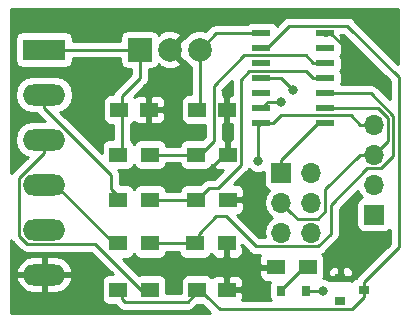
<source format=gbr>
G04 #@! TF.GenerationSoftware,KiCad,Pcbnew,(5.0.0)*
G04 #@! TF.CreationDate,2018-08-07T11:47:38-05:00*
G04 #@! TF.ProjectId,volvo240pcb,766F6C766F3234307063622E6B696361,rev?*
G04 #@! TF.SameCoordinates,Original*
G04 #@! TF.FileFunction,Copper,L1,Top,Signal*
G04 #@! TF.FilePolarity,Positive*
%FSLAX46Y46*%
G04 Gerber Fmt 4.6, Leading zero omitted, Abs format (unit mm)*
G04 Created by KiCad (PCBNEW (5.0.0)) date 08/07/18 11:47:38*
%MOMM*%
%LPD*%
G01*
G04 APERTURE LIST*
G04 #@! TA.AperFunction,SMDPad,CuDef*
%ADD10R,1.500000X1.250000*%
G04 #@! TD*
G04 #@! TA.AperFunction,SMDPad,CuDef*
%ADD11R,0.800000X0.900000*%
G04 #@! TD*
G04 #@! TA.AperFunction,SMDPad,CuDef*
%ADD12R,1.500000X1.300000*%
G04 #@! TD*
G04 #@! TA.AperFunction,SMDPad,CuDef*
%ADD13R,0.900000X0.800000*%
G04 #@! TD*
G04 #@! TA.AperFunction,ComponentPad*
%ADD14R,3.600000X1.800000*%
G04 #@! TD*
G04 #@! TA.AperFunction,ComponentPad*
%ADD15O,3.600000X1.800000*%
G04 #@! TD*
G04 #@! TA.AperFunction,SMDPad,CuDef*
%ADD16R,1.500000X0.600000*%
G04 #@! TD*
G04 #@! TA.AperFunction,ComponentPad*
%ADD17R,1.700000X1.700000*%
G04 #@! TD*
G04 #@! TA.AperFunction,ComponentPad*
%ADD18O,1.700000X1.700000*%
G04 #@! TD*
G04 #@! TA.AperFunction,ComponentPad*
%ADD19R,2.000000X2.000000*%
G04 #@! TD*
G04 #@! TA.AperFunction,ComponentPad*
%ADD20C,2.000000*%
G04 #@! TD*
G04 #@! TA.AperFunction,ViaPad*
%ADD21C,0.800000*%
G04 #@! TD*
G04 #@! TA.AperFunction,Conductor*
%ADD22C,0.250000*%
G04 #@! TD*
G04 #@! TA.AperFunction,Conductor*
%ADD23C,0.254000*%
G04 #@! TD*
G04 APERTURE END LIST*
D10*
G04 #@! TO.P,C1,2*
G04 #@! TO.N,GND*
X97770000Y-73660000D03*
G04 #@! TO.P,C1,1*
G04 #@! TO.N,+12V*
X95270000Y-73660000D03*
G04 #@! TD*
G04 #@! TO.P,C2,1*
G04 #@! TO.N,VCC*
X101865000Y-73660000D03*
G04 #@! TO.P,C2,2*
G04 #@! TO.N,GND*
X104365000Y-73660000D03*
G04 #@! TD*
G04 #@! TO.P,C3,2*
G04 #@! TO.N,GND*
X104365000Y-88900000D03*
G04 #@! TO.P,C3,1*
G04 #@! TO.N,Net-(C3-Pad1)*
X101865000Y-88900000D03*
G04 #@! TD*
D11*
G04 #@! TO.P,D2,2*
G04 #@! TO.N,VCC*
X111100000Y-89000000D03*
G04 #@! TO.P,D2,1*
G04 #@! TO.N,Net-(D2-Pad1)*
X109000000Y-89000000D03*
G04 #@! TD*
D12*
G04 #@! TO.P,R2,1*
G04 #@! TO.N,Net-(R2-Pad1)*
X101765000Y-81280000D03*
G04 #@! TO.P,R2,2*
G04 #@! TO.N,GND*
X104465000Y-81280000D03*
G04 #@! TD*
G04 #@! TO.P,R1,2*
G04 #@! TO.N,GND*
X104465000Y-77470000D03*
G04 #@! TO.P,R1,1*
G04 #@! TO.N,Net-(R1-Pad1)*
X101765000Y-77470000D03*
G04 #@! TD*
G04 #@! TO.P,R3,1*
G04 #@! TO.N,Net-(R3-Pad1)*
X101675000Y-85000000D03*
G04 #@! TO.P,R3,2*
G04 #@! TO.N,GND*
X104375000Y-85000000D03*
G04 #@! TD*
G04 #@! TO.P,R4,2*
G04 #@! TO.N,Net-(R1-Pad1)*
X97870000Y-77470000D03*
G04 #@! TO.P,R4,1*
G04 #@! TO.N,+12V*
X95170000Y-77470000D03*
G04 #@! TD*
G04 #@! TO.P,R5,1*
G04 #@! TO.N,brake_pedal*
X95170000Y-81280000D03*
G04 #@! TO.P,R5,2*
G04 #@! TO.N,Net-(R2-Pad1)*
X97870000Y-81280000D03*
G04 #@! TD*
G04 #@! TO.P,R6,2*
G04 #@! TO.N,Net-(R3-Pad1)*
X97870000Y-85000000D03*
G04 #@! TO.P,R6,1*
G04 #@! TO.N,speedometer*
X95170000Y-85000000D03*
G04 #@! TD*
G04 #@! TO.P,R7,1*
G04 #@! TO.N,Net-(C3-Pad1)*
X95170000Y-88900000D03*
G04 #@! TO.P,R7,2*
G04 #@! TO.N,tachometer*
X97870000Y-88900000D03*
G04 #@! TD*
G04 #@! TO.P,R8,2*
G04 #@! TO.N,Net-(D2-Pad1)*
X111225001Y-87000000D03*
G04 #@! TO.P,R8,1*
G04 #@! TO.N,GND*
X108525001Y-87000000D03*
G04 #@! TD*
D13*
G04 #@! TO.P,D1,2*
G04 #@! TO.N,GND*
X114000000Y-87950000D03*
G04 #@! TO.P,D1,*
G04 #@! TO.N,*
X114000000Y-89850000D03*
G04 #@! TO.P,D1,1*
G04 #@! TO.N,Net-(C3-Pad1)*
X116000000Y-88900000D03*
G04 #@! TD*
D14*
G04 #@! TO.P,J1,1*
G04 #@! TO.N,+12V*
X88900000Y-68580000D03*
D15*
G04 #@! TO.P,J1,2*
G04 #@! TO.N,brake_pedal*
X88900000Y-72390000D03*
G04 #@! TO.P,J1,3*
G04 #@! TO.N,tachometer*
X88900000Y-76200000D03*
G04 #@! TO.P,J1,4*
G04 #@! TO.N,speedometer*
X88900000Y-80010000D03*
G04 #@! TO.P,J1,5*
G04 #@! TO.N,servo_out*
X88900000Y-83820000D03*
G04 #@! TO.P,J1,6*
G04 #@! TO.N,GND*
X88900000Y-87630000D03*
G04 #@! TD*
D16*
G04 #@! TO.P,U2,1*
G04 #@! TO.N,VCC*
X107300000Y-67190000D03*
G04 #@! TO.P,U2,2*
G04 #@! TO.N,Net-(C3-Pad1)*
X107300000Y-68460000D03*
G04 #@! TO.P,U2,3*
G04 #@! TO.N,Net-(U2-Pad3)*
X107300000Y-69730000D03*
G04 #@! TO.P,U2,4*
G04 #@! TO.N,RST*
X107300000Y-71000000D03*
G04 #@! TO.P,U2,5*
G04 #@! TO.N,Net-(U2-Pad5)*
X107300000Y-72270000D03*
G04 #@! TO.P,U2,6*
G04 #@! TO.N,servo_out*
X107300000Y-73540000D03*
G04 #@! TO.P,U2,7*
G04 #@! TO.N,MOSI*
X107300000Y-74810000D03*
G04 #@! TO.P,U2,8*
G04 #@! TO.N,MISO*
X112700000Y-74810000D03*
G04 #@! TO.P,U2,9*
G04 #@! TO.N,SCK*
X112700000Y-73540000D03*
G04 #@! TO.P,U2,10*
G04 #@! TO.N,Net-(R3-Pad1)*
X112700000Y-72270000D03*
G04 #@! TO.P,U2,11*
G04 #@! TO.N,Net-(R2-Pad1)*
X112700000Y-71000000D03*
G04 #@! TO.P,U2,12*
G04 #@! TO.N,Net-(R1-Pad1)*
X112700000Y-69730000D03*
G04 #@! TO.P,U2,13*
G04 #@! TO.N,Net-(U2-Pad13)*
X112700000Y-68460000D03*
G04 #@! TO.P,U2,14*
G04 #@! TO.N,GND*
X112700000Y-67190000D03*
G04 #@! TD*
D17*
G04 #@! TO.P,J2,1*
G04 #@! TO.N,MISO*
X109000000Y-79000000D03*
D18*
G04 #@! TO.P,J2,2*
G04 #@! TO.N,VCC*
X111540000Y-79000000D03*
G04 #@! TO.P,J2,3*
G04 #@! TO.N,SCK*
X109000000Y-81540000D03*
G04 #@! TO.P,J2,4*
G04 #@! TO.N,MOSI*
X111540000Y-81540000D03*
G04 #@! TO.P,J2,5*
G04 #@! TO.N,RST*
X109000000Y-84080000D03*
G04 #@! TO.P,J2,6*
G04 #@! TO.N,GND*
X111540000Y-84080000D03*
G04 #@! TD*
D17*
G04 #@! TO.P,J3,1*
G04 #@! TO.N,VCC*
X116840000Y-82550000D03*
D18*
G04 #@! TO.P,J3,2*
G04 #@! TO.N,GND*
X116840000Y-80010000D03*
G04 #@! TO.P,J3,3*
G04 #@! TO.N,SCK*
X116840000Y-77470000D03*
G04 #@! TO.P,J3,4*
G04 #@! TO.N,MOSI*
X116840000Y-74930000D03*
G04 #@! TD*
D19*
G04 #@! TO.P,U1,1*
G04 #@! TO.N,+12V*
X97000000Y-68580000D03*
D20*
G04 #@! TO.P,U1,2*
G04 #@! TO.N,GND*
X99540000Y-68580000D03*
G04 #@! TO.P,U1,3*
G04 #@! TO.N,VCC*
X102080000Y-68580000D03*
G04 #@! TD*
D21*
G04 #@! TO.N,GND*
X115000000Y-69000000D03*
X107000000Y-88000000D03*
X106000000Y-83000000D03*
X104500000Y-72000000D03*
X100000000Y-79000000D03*
X116000000Y-86000000D03*
G04 #@! TO.N,VCC*
X112500000Y-89000000D03*
G04 #@! TO.N,servo_out*
X109000000Y-73000000D03*
G04 #@! TO.N,MOSI*
X107000000Y-78000000D03*
G04 #@! TO.N,RST*
X110000000Y-72000000D03*
G04 #@! TD*
D22*
G04 #@! TO.N,+12V*
X90950000Y-68580000D02*
X97000000Y-68580000D01*
X88900000Y-68580000D02*
X90950000Y-68580000D01*
X95495000Y-77470000D02*
X95495000Y-73660000D01*
X95495000Y-73660000D02*
X95495000Y-72505000D01*
X97000000Y-71000000D02*
X97000000Y-68580000D01*
X95495000Y-72505000D02*
X97000000Y-71000000D01*
G04 #@! TO.N,GND*
X114960000Y-69000000D02*
X115000000Y-69000000D01*
X112700000Y-67190000D02*
X113150000Y-67190000D01*
X113150000Y-67190000D02*
X114960000Y-69000000D01*
X104140000Y-77470000D02*
X102610000Y-79000000D01*
X102610000Y-79000000D02*
X100000000Y-79000000D01*
X104365000Y-72365000D02*
X104000000Y-72000000D01*
X104365000Y-73660000D02*
X104365000Y-72365000D01*
G04 #@! TO.N,VCC*
X102080000Y-73650000D02*
X102090000Y-73660000D01*
X102080000Y-68580000D02*
X102080000Y-73650000D01*
X103470000Y-67190000D02*
X107300000Y-67190000D01*
X102080000Y-68580000D02*
X103470000Y-67190000D01*
X111100000Y-89000000D02*
X112500000Y-89000000D01*
G04 #@! TO.N,Net-(C3-Pad1)*
X101466628Y-89523372D02*
X102090000Y-88900000D01*
X101064990Y-89925010D02*
X101466628Y-89523372D01*
X95720010Y-89925010D02*
X101064990Y-89925010D01*
X95495000Y-89700000D02*
X95720010Y-89925010D01*
X95495000Y-88900000D02*
X95495000Y-89700000D01*
X102713372Y-89523372D02*
X102090000Y-88900000D01*
X103765001Y-90575001D02*
X102713372Y-89523372D01*
X114974999Y-90575001D02*
X103765001Y-90575001D01*
X116000000Y-89550000D02*
X114974999Y-90575001D01*
X116000000Y-88900000D02*
X116000000Y-89550000D01*
X109645001Y-66564999D02*
X107750000Y-68460000D01*
X114564999Y-66564999D02*
X109645001Y-66564999D01*
X118915019Y-70915019D02*
X114564999Y-66564999D01*
X118915019Y-85334981D02*
X118915019Y-70915019D01*
X116000000Y-88900000D02*
X116000000Y-88250000D01*
X116000000Y-88250000D02*
X118915019Y-85334981D01*
X107750000Y-68460000D02*
X107300000Y-68460000D01*
G04 #@! TO.N,brake_pedal*
X88900000Y-73540000D02*
X88900000Y-72390000D01*
X94594990Y-79234990D02*
X88900000Y-73540000D01*
X94594990Y-80379990D02*
X94594990Y-79234990D01*
X95495000Y-81280000D02*
X94594990Y-80379990D01*
G04 #@! TO.N,tachometer*
X88900000Y-77350000D02*
X88900000Y-76200000D01*
X86774990Y-79475010D02*
X88900000Y-77350000D01*
X86774990Y-84327415D02*
X86774990Y-79475010D01*
X87492585Y-85045010D02*
X86774990Y-84327415D01*
X93230008Y-85045010D02*
X87492585Y-85045010D01*
X97084998Y-88900000D02*
X93230008Y-85045010D01*
X97870000Y-88900000D02*
X97084998Y-88900000D01*
G04 #@! TO.N,speedometer*
X94820000Y-85000000D02*
X95495000Y-85000000D01*
X94790000Y-85000000D02*
X94820000Y-85000000D01*
X89800000Y-80010000D02*
X94790000Y-85000000D01*
X88900000Y-80010000D02*
X89800000Y-80010000D01*
G04 #@! TO.N,servo_out*
X107840000Y-73000000D02*
X107300000Y-73540000D01*
X109000000Y-73000000D02*
X107840000Y-73000000D01*
G04 #@! TO.N,MISO*
X112090000Y-74810000D02*
X112700000Y-74810000D01*
X109000000Y-77900000D02*
X112090000Y-74810000D01*
X109000000Y-79000000D02*
X109000000Y-77900000D01*
G04 #@! TO.N,SCK*
X113700000Y-73540000D02*
X112700000Y-73540000D01*
X117189002Y-73540000D02*
X113700000Y-73540000D01*
X118015001Y-74365999D02*
X117189002Y-73540000D01*
X118015001Y-76294999D02*
X118015001Y-74365999D01*
X116840000Y-77470000D02*
X118015001Y-76294999D01*
X112715001Y-80392918D02*
X112715001Y-82284999D01*
X116840000Y-77470000D02*
X115637919Y-77470000D01*
X115637919Y-77470000D02*
X112715001Y-80392918D01*
X109849999Y-82389999D02*
X109000000Y-81540000D01*
X110364999Y-82904999D02*
X109849999Y-82389999D01*
X112095001Y-82904999D02*
X110364999Y-82904999D01*
X112715001Y-82284999D02*
X112095001Y-82904999D01*
G04 #@! TO.N,MOSI*
X108300000Y-74810000D02*
X107300000Y-74810000D01*
X108944999Y-74165001D02*
X108300000Y-74810000D01*
X114872920Y-74165001D02*
X108944999Y-74165001D01*
X115637919Y-74930000D02*
X114872920Y-74165001D01*
X116840000Y-74930000D02*
X115637919Y-74930000D01*
X107000000Y-75110000D02*
X107300000Y-74810000D01*
X107000000Y-78000000D02*
X107000000Y-75110000D01*
G04 #@! TO.N,RST*
X109000000Y-71000000D02*
X107300000Y-71000000D01*
X110000000Y-72000000D02*
X109000000Y-71000000D01*
G04 #@! TO.N,Net-(R1-Pad1)*
X111055001Y-69085001D02*
X111700000Y-69730000D01*
X111700000Y-69730000D02*
X112700000Y-69730000D01*
X97545000Y-77470000D02*
X102090000Y-77470000D01*
X103274999Y-71651999D02*
X105841997Y-69085001D01*
X103274999Y-76285001D02*
X103274999Y-71651999D01*
X105841997Y-69085001D02*
X111055001Y-69085001D01*
X102090000Y-77470000D02*
X103274999Y-76285001D01*
G04 #@! TO.N,Net-(R2-Pad1)*
X97545000Y-81280000D02*
X102090000Y-81280000D01*
X103615003Y-80304999D02*
X102840001Y-80304999D01*
X102840001Y-80304999D02*
X101865000Y-81280000D01*
X105540001Y-78380001D02*
X103615003Y-80304999D01*
X105540001Y-71124997D02*
X105540001Y-78380001D01*
X106289999Y-70374999D02*
X105540001Y-71124997D01*
X111074999Y-70374999D02*
X106289999Y-70374999D01*
X111700000Y-71000000D02*
X111074999Y-70374999D01*
X101865000Y-81280000D02*
X101765000Y-81280000D01*
X112700000Y-71000000D02*
X111700000Y-71000000D01*
G04 #@! TO.N,Net-(R3-Pad1)*
X97545000Y-85000000D02*
X102000000Y-85000000D01*
X112104001Y-85255001D02*
X113165012Y-84193990D01*
X113165012Y-81755988D02*
X116275999Y-78645001D01*
X113165012Y-84193990D02*
X113165012Y-81755988D01*
X113700000Y-72270000D02*
X112700000Y-72270000D01*
X117404001Y-78645001D02*
X118465010Y-77583992D01*
X118465010Y-77583992D02*
X118465010Y-74179598D01*
X116555412Y-72270000D02*
X113700000Y-72270000D01*
X106824999Y-85255001D02*
X112104001Y-85255001D01*
X116275999Y-78645001D02*
X117404001Y-78645001D01*
X102000000Y-84200000D02*
X103484999Y-82715001D01*
X104284999Y-82715001D02*
X106824999Y-85255001D01*
X103484999Y-82715001D02*
X104284999Y-82715001D01*
X118465010Y-74179598D02*
X116555412Y-72270000D01*
X102000000Y-85000000D02*
X102000000Y-84200000D01*
G04 #@! TO.N,Net-(D2-Pad1)*
X110950000Y-87000000D02*
X111225001Y-87000000D01*
X109000000Y-88950000D02*
X110950000Y-87000000D01*
X109000000Y-89000000D02*
X109000000Y-88950000D01*
G04 #@! TD*
D23*
G04 #@! TO.N,GND*
G36*
X86227061Y-84875344D02*
X86290520Y-84917746D01*
X86902255Y-85529482D01*
X86944656Y-85592939D01*
X87196048Y-85760914D01*
X87417733Y-85805010D01*
X87417737Y-85805010D01*
X87492585Y-85819898D01*
X87567433Y-85805010D01*
X92915207Y-85805010D01*
X94712756Y-87602560D01*
X94420000Y-87602560D01*
X94172235Y-87651843D01*
X93962191Y-87792191D01*
X93821843Y-88002235D01*
X93772560Y-88250000D01*
X93772560Y-89550000D01*
X93821843Y-89797765D01*
X93962191Y-90007809D01*
X94172235Y-90148157D01*
X94420000Y-90197440D01*
X94913336Y-90197440D01*
X94947072Y-90247929D01*
X95010528Y-90290329D01*
X95129679Y-90409480D01*
X95172081Y-90472939D01*
X95423473Y-90640914D01*
X95645158Y-90685010D01*
X95645162Y-90685010D01*
X95720009Y-90699898D01*
X95794856Y-90685010D01*
X100990143Y-90685010D01*
X101064990Y-90699898D01*
X101139837Y-90685010D01*
X101139842Y-90685010D01*
X101361527Y-90640914D01*
X101612919Y-90472939D01*
X101655321Y-90409480D01*
X101892361Y-90172440D01*
X102287639Y-90172440D01*
X102988198Y-90873000D01*
X86127000Y-90873000D01*
X86127000Y-87994740D01*
X86508964Y-87994740D01*
X86533244Y-88100086D01*
X86824788Y-88625606D01*
X87295248Y-88999554D01*
X87873000Y-89165000D01*
X88773000Y-89165000D01*
X88773000Y-87757000D01*
X89027000Y-87757000D01*
X89027000Y-89165000D01*
X89927000Y-89165000D01*
X90504752Y-88999554D01*
X90975212Y-88625606D01*
X91266756Y-88100086D01*
X91291036Y-87994740D01*
X91170378Y-87757000D01*
X89027000Y-87757000D01*
X88773000Y-87757000D01*
X86629622Y-87757000D01*
X86508964Y-87994740D01*
X86127000Y-87994740D01*
X86127000Y-87265260D01*
X86508964Y-87265260D01*
X86629622Y-87503000D01*
X88773000Y-87503000D01*
X88773000Y-86095000D01*
X89027000Y-86095000D01*
X89027000Y-87503000D01*
X91170378Y-87503000D01*
X91291036Y-87265260D01*
X91266756Y-87159914D01*
X90975212Y-86634394D01*
X90504752Y-86260446D01*
X89927000Y-86095000D01*
X89027000Y-86095000D01*
X88773000Y-86095000D01*
X87873000Y-86095000D01*
X87295248Y-86260446D01*
X86824788Y-86634394D01*
X86533244Y-87159914D01*
X86508964Y-87265260D01*
X86127000Y-87265260D01*
X86127000Y-84725592D01*
X86227061Y-84875344D01*
X86227061Y-84875344D01*
G37*
X86227061Y-84875344D02*
X86290520Y-84917746D01*
X86902255Y-85529482D01*
X86944656Y-85592939D01*
X87196048Y-85760914D01*
X87417733Y-85805010D01*
X87417737Y-85805010D01*
X87492585Y-85819898D01*
X87567433Y-85805010D01*
X92915207Y-85805010D01*
X94712756Y-87602560D01*
X94420000Y-87602560D01*
X94172235Y-87651843D01*
X93962191Y-87792191D01*
X93821843Y-88002235D01*
X93772560Y-88250000D01*
X93772560Y-89550000D01*
X93821843Y-89797765D01*
X93962191Y-90007809D01*
X94172235Y-90148157D01*
X94420000Y-90197440D01*
X94913336Y-90197440D01*
X94947072Y-90247929D01*
X95010528Y-90290329D01*
X95129679Y-90409480D01*
X95172081Y-90472939D01*
X95423473Y-90640914D01*
X95645158Y-90685010D01*
X95645162Y-90685010D01*
X95720009Y-90699898D01*
X95794856Y-90685010D01*
X100990143Y-90685010D01*
X101064990Y-90699898D01*
X101139837Y-90685010D01*
X101139842Y-90685010D01*
X101361527Y-90640914D01*
X101612919Y-90472939D01*
X101655321Y-90409480D01*
X101892361Y-90172440D01*
X102287639Y-90172440D01*
X102988198Y-90873000D01*
X86127000Y-90873000D01*
X86127000Y-87994740D01*
X86508964Y-87994740D01*
X86533244Y-88100086D01*
X86824788Y-88625606D01*
X87295248Y-88999554D01*
X87873000Y-89165000D01*
X88773000Y-89165000D01*
X88773000Y-87757000D01*
X89027000Y-87757000D01*
X89027000Y-89165000D01*
X89927000Y-89165000D01*
X90504752Y-88999554D01*
X90975212Y-88625606D01*
X91266756Y-88100086D01*
X91291036Y-87994740D01*
X91170378Y-87757000D01*
X89027000Y-87757000D01*
X88773000Y-87757000D01*
X86629622Y-87757000D01*
X86508964Y-87994740D01*
X86127000Y-87994740D01*
X86127000Y-87265260D01*
X86508964Y-87265260D01*
X86629622Y-87503000D01*
X88773000Y-87503000D01*
X88773000Y-86095000D01*
X89027000Y-86095000D01*
X89027000Y-87503000D01*
X91170378Y-87503000D01*
X91291036Y-87265260D01*
X91266756Y-87159914D01*
X90975212Y-86634394D01*
X90504752Y-86260446D01*
X89927000Y-86095000D01*
X89027000Y-86095000D01*
X88773000Y-86095000D01*
X87873000Y-86095000D01*
X87295248Y-86260446D01*
X86824788Y-86634394D01*
X86533244Y-87159914D01*
X86508964Y-87265260D01*
X86127000Y-87265260D01*
X86127000Y-84725592D01*
X86227061Y-84875344D01*
G36*
X104502000Y-84873000D02*
X104522000Y-84873000D01*
X104522000Y-85127000D01*
X104502000Y-85127000D01*
X104502000Y-86126250D01*
X104660750Y-86285000D01*
X105251309Y-86285000D01*
X105484698Y-86188327D01*
X105663327Y-86009699D01*
X105760000Y-85776310D01*
X105760000Y-85285750D01*
X105601252Y-85127002D01*
X105622198Y-85127002D01*
X106234672Y-85739477D01*
X106277070Y-85802930D01*
X106340523Y-85845328D01*
X106340525Y-85845330D01*
X106383059Y-85873750D01*
X106528462Y-85970905D01*
X106750147Y-86015001D01*
X106750151Y-86015001D01*
X106824998Y-86029889D01*
X106899845Y-86015001D01*
X107226443Y-86015001D01*
X107140001Y-86223690D01*
X107140001Y-86714250D01*
X107298751Y-86873000D01*
X108398001Y-86873000D01*
X108398001Y-86853000D01*
X108652001Y-86853000D01*
X108652001Y-86873000D01*
X108672001Y-86873000D01*
X108672001Y-87127000D01*
X108652001Y-87127000D01*
X108652001Y-87147000D01*
X108398001Y-87147000D01*
X108398001Y-87127000D01*
X107298751Y-87127000D01*
X107140001Y-87285750D01*
X107140001Y-87776310D01*
X107236674Y-88009699D01*
X107415303Y-88188327D01*
X107648692Y-88285000D01*
X108013359Y-88285000D01*
X108001843Y-88302235D01*
X107952560Y-88550000D01*
X107952560Y-89450000D01*
X108001843Y-89697765D01*
X108080178Y-89815001D01*
X105682197Y-89815001D01*
X105750000Y-89651310D01*
X105750000Y-89185750D01*
X105591250Y-89027000D01*
X104492000Y-89027000D01*
X104492000Y-89047000D01*
X104238000Y-89047000D01*
X104238000Y-89027000D01*
X104218000Y-89027000D01*
X104218000Y-88773000D01*
X104238000Y-88773000D01*
X104238000Y-87798750D01*
X104492000Y-87798750D01*
X104492000Y-88773000D01*
X105591250Y-88773000D01*
X105750000Y-88614250D01*
X105750000Y-88148690D01*
X105653327Y-87915301D01*
X105474698Y-87736673D01*
X105241309Y-87640000D01*
X104650750Y-87640000D01*
X104492000Y-87798750D01*
X104238000Y-87798750D01*
X104079250Y-87640000D01*
X103488691Y-87640000D01*
X103255302Y-87736673D01*
X103113654Y-87878320D01*
X103072809Y-87817191D01*
X102862765Y-87676843D01*
X102615000Y-87627560D01*
X101115000Y-87627560D01*
X100867235Y-87676843D01*
X100657191Y-87817191D01*
X100516843Y-88027235D01*
X100467560Y-88275000D01*
X100467560Y-89165010D01*
X99267440Y-89165010D01*
X99267440Y-88250000D01*
X99218157Y-88002235D01*
X99077809Y-87792191D01*
X98867765Y-87651843D01*
X98620000Y-87602560D01*
X97120000Y-87602560D01*
X96905105Y-87645305D01*
X95557239Y-86297440D01*
X95920000Y-86297440D01*
X96167765Y-86248157D01*
X96377809Y-86107809D01*
X96518157Y-85897765D01*
X96520000Y-85888500D01*
X96521843Y-85897765D01*
X96662191Y-86107809D01*
X96872235Y-86248157D01*
X97120000Y-86297440D01*
X98620000Y-86297440D01*
X98867765Y-86248157D01*
X99077809Y-86107809D01*
X99218157Y-85897765D01*
X99245560Y-85760000D01*
X100299440Y-85760000D01*
X100326843Y-85897765D01*
X100467191Y-86107809D01*
X100677235Y-86248157D01*
X100925000Y-86297440D01*
X102425000Y-86297440D01*
X102672765Y-86248157D01*
X102882809Y-86107809D01*
X103023157Y-85897765D01*
X103028721Y-85869791D01*
X103086673Y-86009699D01*
X103265302Y-86188327D01*
X103498691Y-86285000D01*
X104089250Y-86285000D01*
X104248000Y-86126250D01*
X104248000Y-85127000D01*
X104228000Y-85127000D01*
X104228000Y-84873000D01*
X104248000Y-84873000D01*
X104248000Y-84853000D01*
X104502000Y-84853000D01*
X104502000Y-84873000D01*
X104502000Y-84873000D01*
G37*
X104502000Y-84873000D02*
X104522000Y-84873000D01*
X104522000Y-85127000D01*
X104502000Y-85127000D01*
X104502000Y-86126250D01*
X104660750Y-86285000D01*
X105251309Y-86285000D01*
X105484698Y-86188327D01*
X105663327Y-86009699D01*
X105760000Y-85776310D01*
X105760000Y-85285750D01*
X105601252Y-85127002D01*
X105622198Y-85127002D01*
X106234672Y-85739477D01*
X106277070Y-85802930D01*
X106340523Y-85845328D01*
X106340525Y-85845330D01*
X106383059Y-85873750D01*
X106528462Y-85970905D01*
X106750147Y-86015001D01*
X106750151Y-86015001D01*
X106824998Y-86029889D01*
X106899845Y-86015001D01*
X107226443Y-86015001D01*
X107140001Y-86223690D01*
X107140001Y-86714250D01*
X107298751Y-86873000D01*
X108398001Y-86873000D01*
X108398001Y-86853000D01*
X108652001Y-86853000D01*
X108652001Y-86873000D01*
X108672001Y-86873000D01*
X108672001Y-87127000D01*
X108652001Y-87127000D01*
X108652001Y-87147000D01*
X108398001Y-87147000D01*
X108398001Y-87127000D01*
X107298751Y-87127000D01*
X107140001Y-87285750D01*
X107140001Y-87776310D01*
X107236674Y-88009699D01*
X107415303Y-88188327D01*
X107648692Y-88285000D01*
X108013359Y-88285000D01*
X108001843Y-88302235D01*
X107952560Y-88550000D01*
X107952560Y-89450000D01*
X108001843Y-89697765D01*
X108080178Y-89815001D01*
X105682197Y-89815001D01*
X105750000Y-89651310D01*
X105750000Y-89185750D01*
X105591250Y-89027000D01*
X104492000Y-89027000D01*
X104492000Y-89047000D01*
X104238000Y-89047000D01*
X104238000Y-89027000D01*
X104218000Y-89027000D01*
X104218000Y-88773000D01*
X104238000Y-88773000D01*
X104238000Y-87798750D01*
X104492000Y-87798750D01*
X104492000Y-88773000D01*
X105591250Y-88773000D01*
X105750000Y-88614250D01*
X105750000Y-88148690D01*
X105653327Y-87915301D01*
X105474698Y-87736673D01*
X105241309Y-87640000D01*
X104650750Y-87640000D01*
X104492000Y-87798750D01*
X104238000Y-87798750D01*
X104079250Y-87640000D01*
X103488691Y-87640000D01*
X103255302Y-87736673D01*
X103113654Y-87878320D01*
X103072809Y-87817191D01*
X102862765Y-87676843D01*
X102615000Y-87627560D01*
X101115000Y-87627560D01*
X100867235Y-87676843D01*
X100657191Y-87817191D01*
X100516843Y-88027235D01*
X100467560Y-88275000D01*
X100467560Y-89165010D01*
X99267440Y-89165010D01*
X99267440Y-88250000D01*
X99218157Y-88002235D01*
X99077809Y-87792191D01*
X98867765Y-87651843D01*
X98620000Y-87602560D01*
X97120000Y-87602560D01*
X96905105Y-87645305D01*
X95557239Y-86297440D01*
X95920000Y-86297440D01*
X96167765Y-86248157D01*
X96377809Y-86107809D01*
X96518157Y-85897765D01*
X96520000Y-85888500D01*
X96521843Y-85897765D01*
X96662191Y-86107809D01*
X96872235Y-86248157D01*
X97120000Y-86297440D01*
X98620000Y-86297440D01*
X98867765Y-86248157D01*
X99077809Y-86107809D01*
X99218157Y-85897765D01*
X99245560Y-85760000D01*
X100299440Y-85760000D01*
X100326843Y-85897765D01*
X100467191Y-86107809D01*
X100677235Y-86248157D01*
X100925000Y-86297440D01*
X102425000Y-86297440D01*
X102672765Y-86248157D01*
X102882809Y-86107809D01*
X103023157Y-85897765D01*
X103028721Y-85869791D01*
X103086673Y-86009699D01*
X103265302Y-86188327D01*
X103498691Y-86285000D01*
X104089250Y-86285000D01*
X104248000Y-86126250D01*
X104248000Y-85127000D01*
X104228000Y-85127000D01*
X104228000Y-84873000D01*
X104248000Y-84873000D01*
X104248000Y-84853000D01*
X104502000Y-84853000D01*
X104502000Y-84873000D01*
G36*
X115568355Y-80776924D02*
X115845708Y-81081261D01*
X115742235Y-81101843D01*
X115532191Y-81242191D01*
X115391843Y-81452235D01*
X115342560Y-81700000D01*
X115342560Y-83400000D01*
X115391843Y-83647765D01*
X115532191Y-83857809D01*
X115742235Y-83998157D01*
X115990000Y-84047440D01*
X117690000Y-84047440D01*
X117937765Y-83998157D01*
X118147809Y-83857809D01*
X118155019Y-83847018D01*
X118155019Y-85020178D01*
X115515528Y-87659671D01*
X115452072Y-87702071D01*
X115321094Y-87898092D01*
X115302235Y-87901843D01*
X115092191Y-88042191D01*
X115011781Y-88162531D01*
X114926250Y-88077000D01*
X114127000Y-88077000D01*
X114127000Y-88097000D01*
X113873000Y-88097000D01*
X113873000Y-88077000D01*
X113073750Y-88077000D01*
X113045198Y-88105552D01*
X112705874Y-87965000D01*
X112528233Y-87965000D01*
X112573158Y-87897765D01*
X112622441Y-87650000D01*
X112622441Y-87423690D01*
X112915000Y-87423690D01*
X112915000Y-87664250D01*
X113073750Y-87823000D01*
X113873000Y-87823000D01*
X113873000Y-87073750D01*
X114127000Y-87073750D01*
X114127000Y-87823000D01*
X114926250Y-87823000D01*
X115085000Y-87664250D01*
X115085000Y-87423690D01*
X114988327Y-87190301D01*
X114809698Y-87011673D01*
X114576309Y-86915000D01*
X114285750Y-86915000D01*
X114127000Y-87073750D01*
X113873000Y-87073750D01*
X113714250Y-86915000D01*
X113423691Y-86915000D01*
X113190302Y-87011673D01*
X113011673Y-87190301D01*
X112915000Y-87423690D01*
X112622441Y-87423690D01*
X112622441Y-86350000D01*
X112573158Y-86102235D01*
X112459210Y-85931701D01*
X112651930Y-85802930D01*
X112694332Y-85739471D01*
X113649485Y-84784319D01*
X113712941Y-84741919D01*
X113880916Y-84490527D01*
X113925012Y-84268842D01*
X113925012Y-84268838D01*
X113939900Y-84193991D01*
X113925012Y-84119144D01*
X113925012Y-82070789D01*
X115466000Y-80529802D01*
X115568355Y-80776924D01*
X115568355Y-80776924D01*
G37*
X115568355Y-80776924D02*
X115845708Y-81081261D01*
X115742235Y-81101843D01*
X115532191Y-81242191D01*
X115391843Y-81452235D01*
X115342560Y-81700000D01*
X115342560Y-83400000D01*
X115391843Y-83647765D01*
X115532191Y-83857809D01*
X115742235Y-83998157D01*
X115990000Y-84047440D01*
X117690000Y-84047440D01*
X117937765Y-83998157D01*
X118147809Y-83857809D01*
X118155019Y-83847018D01*
X118155019Y-85020178D01*
X115515528Y-87659671D01*
X115452072Y-87702071D01*
X115321094Y-87898092D01*
X115302235Y-87901843D01*
X115092191Y-88042191D01*
X115011781Y-88162531D01*
X114926250Y-88077000D01*
X114127000Y-88077000D01*
X114127000Y-88097000D01*
X113873000Y-88097000D01*
X113873000Y-88077000D01*
X113073750Y-88077000D01*
X113045198Y-88105552D01*
X112705874Y-87965000D01*
X112528233Y-87965000D01*
X112573158Y-87897765D01*
X112622441Y-87650000D01*
X112622441Y-87423690D01*
X112915000Y-87423690D01*
X112915000Y-87664250D01*
X113073750Y-87823000D01*
X113873000Y-87823000D01*
X113873000Y-87073750D01*
X114127000Y-87073750D01*
X114127000Y-87823000D01*
X114926250Y-87823000D01*
X115085000Y-87664250D01*
X115085000Y-87423690D01*
X114988327Y-87190301D01*
X114809698Y-87011673D01*
X114576309Y-86915000D01*
X114285750Y-86915000D01*
X114127000Y-87073750D01*
X113873000Y-87073750D01*
X113714250Y-86915000D01*
X113423691Y-86915000D01*
X113190302Y-87011673D01*
X113011673Y-87190301D01*
X112915000Y-87423690D01*
X112622441Y-87423690D01*
X112622441Y-86350000D01*
X112573158Y-86102235D01*
X112459210Y-85931701D01*
X112651930Y-85802930D01*
X112694332Y-85739471D01*
X113649485Y-84784319D01*
X113712941Y-84741919D01*
X113880916Y-84490527D01*
X113925012Y-84268842D01*
X113925012Y-84268838D01*
X113939900Y-84193991D01*
X113925012Y-84119144D01*
X113925012Y-82070789D01*
X115466000Y-80529802D01*
X115568355Y-80776924D01*
G36*
X106413720Y-78877431D02*
X106794126Y-79035000D01*
X107205874Y-79035000D01*
X107502560Y-78912109D01*
X107502560Y-79850000D01*
X107551843Y-80097765D01*
X107692191Y-80307809D01*
X107902235Y-80448157D01*
X107947619Y-80457184D01*
X107929375Y-80469375D01*
X107601161Y-80960582D01*
X107485908Y-81540000D01*
X107601161Y-82119418D01*
X107929375Y-82610625D01*
X108227761Y-82810000D01*
X107929375Y-83009375D01*
X107601161Y-83500582D01*
X107485908Y-84080000D01*
X107568457Y-84495001D01*
X107139802Y-84495001D01*
X105209799Y-82565000D01*
X105341309Y-82565000D01*
X105574698Y-82468327D01*
X105753327Y-82289699D01*
X105850000Y-82056310D01*
X105850000Y-81565750D01*
X105691250Y-81407000D01*
X104592000Y-81407000D01*
X104592000Y-81427000D01*
X104338000Y-81427000D01*
X104338000Y-81407000D01*
X104318000Y-81407000D01*
X104318000Y-81153000D01*
X104338000Y-81153000D01*
X104338000Y-81133000D01*
X104592000Y-81133000D01*
X104592000Y-81153000D01*
X105691250Y-81153000D01*
X105850000Y-80994250D01*
X105850000Y-80503690D01*
X105753327Y-80270301D01*
X105574698Y-80091673D01*
X105341309Y-79995000D01*
X104999803Y-79995000D01*
X106024474Y-78970330D01*
X106087930Y-78927930D01*
X106238650Y-78702361D01*
X106413720Y-78877431D01*
X106413720Y-78877431D01*
G37*
X106413720Y-78877431D02*
X106794126Y-79035000D01*
X107205874Y-79035000D01*
X107502560Y-78912109D01*
X107502560Y-79850000D01*
X107551843Y-80097765D01*
X107692191Y-80307809D01*
X107902235Y-80448157D01*
X107947619Y-80457184D01*
X107929375Y-80469375D01*
X107601161Y-80960582D01*
X107485908Y-81540000D01*
X107601161Y-82119418D01*
X107929375Y-82610625D01*
X108227761Y-82810000D01*
X107929375Y-83009375D01*
X107601161Y-83500582D01*
X107485908Y-84080000D01*
X107568457Y-84495001D01*
X107139802Y-84495001D01*
X105209799Y-82565000D01*
X105341309Y-82565000D01*
X105574698Y-82468327D01*
X105753327Y-82289699D01*
X105850000Y-82056310D01*
X105850000Y-81565750D01*
X105691250Y-81407000D01*
X104592000Y-81407000D01*
X104592000Y-81427000D01*
X104338000Y-81427000D01*
X104338000Y-81407000D01*
X104318000Y-81407000D01*
X104318000Y-81153000D01*
X104338000Y-81153000D01*
X104338000Y-81133000D01*
X104592000Y-81133000D01*
X104592000Y-81153000D01*
X105691250Y-81153000D01*
X105850000Y-80994250D01*
X105850000Y-80503690D01*
X105753327Y-80270301D01*
X105574698Y-80091673D01*
X105341309Y-79995000D01*
X104999803Y-79995000D01*
X106024474Y-78970330D01*
X106087930Y-78927930D01*
X106238650Y-78702361D01*
X106413720Y-78877431D01*
G36*
X111667000Y-83953000D02*
X111687000Y-83953000D01*
X111687000Y-84207000D01*
X111667000Y-84207000D01*
X111667000Y-84227000D01*
X111413000Y-84227000D01*
X111413000Y-84207000D01*
X111393000Y-84207000D01*
X111393000Y-83953000D01*
X111413000Y-83953000D01*
X111413000Y-83933000D01*
X111667000Y-83933000D01*
X111667000Y-83953000D01*
X111667000Y-83953000D01*
G37*
X111667000Y-83953000D02*
X111687000Y-83953000D01*
X111687000Y-84207000D01*
X111667000Y-84207000D01*
X111667000Y-84227000D01*
X111413000Y-84227000D01*
X111413000Y-84207000D01*
X111393000Y-84207000D01*
X111393000Y-83953000D01*
X111413000Y-83953000D01*
X111413000Y-83933000D01*
X111667000Y-83933000D01*
X111667000Y-83953000D01*
G36*
X100416843Y-78367765D02*
X100557191Y-78577809D01*
X100767235Y-78718157D01*
X101015000Y-78767440D01*
X102515000Y-78767440D01*
X102762765Y-78718157D01*
X102972809Y-78577809D01*
X103113157Y-78367765D01*
X103118721Y-78339791D01*
X103176673Y-78479699D01*
X103355302Y-78658327D01*
X103588691Y-78755000D01*
X104090200Y-78755000D01*
X103300202Y-79544999D01*
X102914849Y-79544999D01*
X102840001Y-79530111D01*
X102765153Y-79544999D01*
X102765149Y-79544999D01*
X102543464Y-79589095D01*
X102292072Y-79757070D01*
X102249672Y-79820526D01*
X102087638Y-79982560D01*
X101015000Y-79982560D01*
X100767235Y-80031843D01*
X100557191Y-80172191D01*
X100416843Y-80382235D01*
X100389440Y-80520000D01*
X99245560Y-80520000D01*
X99218157Y-80382235D01*
X99077809Y-80172191D01*
X98867765Y-80031843D01*
X98620000Y-79982560D01*
X97120000Y-79982560D01*
X96872235Y-80031843D01*
X96662191Y-80172191D01*
X96521843Y-80382235D01*
X96520000Y-80391500D01*
X96518157Y-80382235D01*
X96377809Y-80172191D01*
X96167765Y-80031843D01*
X95920000Y-79982560D01*
X95354990Y-79982560D01*
X95354990Y-79309836D01*
X95369878Y-79234989D01*
X95354990Y-79160142D01*
X95354990Y-79160138D01*
X95310894Y-78938453D01*
X95196627Y-78767440D01*
X95920000Y-78767440D01*
X96167765Y-78718157D01*
X96377809Y-78577809D01*
X96518157Y-78367765D01*
X96520000Y-78358500D01*
X96521843Y-78367765D01*
X96662191Y-78577809D01*
X96872235Y-78718157D01*
X97120000Y-78767440D01*
X98620000Y-78767440D01*
X98867765Y-78718157D01*
X99077809Y-78577809D01*
X99218157Y-78367765D01*
X99245560Y-78230000D01*
X100389440Y-78230000D01*
X100416843Y-78367765D01*
X100416843Y-78367765D01*
G37*
X100416843Y-78367765D02*
X100557191Y-78577809D01*
X100767235Y-78718157D01*
X101015000Y-78767440D01*
X102515000Y-78767440D01*
X102762765Y-78718157D01*
X102972809Y-78577809D01*
X103113157Y-78367765D01*
X103118721Y-78339791D01*
X103176673Y-78479699D01*
X103355302Y-78658327D01*
X103588691Y-78755000D01*
X104090200Y-78755000D01*
X103300202Y-79544999D01*
X102914849Y-79544999D01*
X102840001Y-79530111D01*
X102765153Y-79544999D01*
X102765149Y-79544999D01*
X102543464Y-79589095D01*
X102292072Y-79757070D01*
X102249672Y-79820526D01*
X102087638Y-79982560D01*
X101015000Y-79982560D01*
X100767235Y-80031843D01*
X100557191Y-80172191D01*
X100416843Y-80382235D01*
X100389440Y-80520000D01*
X99245560Y-80520000D01*
X99218157Y-80382235D01*
X99077809Y-80172191D01*
X98867765Y-80031843D01*
X98620000Y-79982560D01*
X97120000Y-79982560D01*
X96872235Y-80031843D01*
X96662191Y-80172191D01*
X96521843Y-80382235D01*
X96520000Y-80391500D01*
X96518157Y-80382235D01*
X96377809Y-80172191D01*
X96167765Y-80031843D01*
X95920000Y-79982560D01*
X95354990Y-79982560D01*
X95354990Y-79309836D01*
X95369878Y-79234989D01*
X95354990Y-79160142D01*
X95354990Y-79160138D01*
X95310894Y-78938453D01*
X95196627Y-78767440D01*
X95920000Y-78767440D01*
X96167765Y-78718157D01*
X96377809Y-78577809D01*
X96518157Y-78367765D01*
X96520000Y-78358500D01*
X96521843Y-78367765D01*
X96662191Y-78577809D01*
X96872235Y-78718157D01*
X97120000Y-78767440D01*
X98620000Y-78767440D01*
X98867765Y-78718157D01*
X99077809Y-78577809D01*
X99218157Y-78367765D01*
X99245560Y-78230000D01*
X100389440Y-78230000D01*
X100416843Y-78367765D01*
G36*
X116967000Y-79883000D02*
X116987000Y-79883000D01*
X116987000Y-80137000D01*
X116967000Y-80137000D01*
X116967000Y-80157000D01*
X116713000Y-80157000D01*
X116713000Y-80137000D01*
X116693000Y-80137000D01*
X116693000Y-79883000D01*
X116713000Y-79883000D01*
X116713000Y-79863000D01*
X116967000Y-79863000D01*
X116967000Y-79883000D01*
X116967000Y-79883000D01*
G37*
X116967000Y-79883000D02*
X116987000Y-79883000D01*
X116987000Y-80137000D01*
X116967000Y-80137000D01*
X116967000Y-80157000D01*
X116713000Y-80157000D01*
X116713000Y-80137000D01*
X116693000Y-80137000D01*
X116693000Y-79883000D01*
X116713000Y-79883000D01*
X116713000Y-79863000D01*
X116967000Y-79863000D01*
X116967000Y-79883000D01*
G36*
X118873000Y-69798198D02*
X115155330Y-66080529D01*
X115112928Y-66017070D01*
X114861536Y-65849095D01*
X114639851Y-65804999D01*
X114639846Y-65804999D01*
X114564999Y-65790111D01*
X114490152Y-65804999D01*
X109719847Y-65804999D01*
X109645000Y-65790111D01*
X109570153Y-65804999D01*
X109570149Y-65804999D01*
X109348464Y-65849095D01*
X109097072Y-66017070D01*
X109054672Y-66080526D01*
X108585995Y-66549203D01*
X108507809Y-66432191D01*
X108297765Y-66291843D01*
X108050000Y-66242560D01*
X106550000Y-66242560D01*
X106302235Y-66291843D01*
X106095470Y-66430000D01*
X103544848Y-66430000D01*
X103470000Y-66415112D01*
X103395152Y-66430000D01*
X103395148Y-66430000D01*
X103221605Y-66464520D01*
X103173462Y-66474096D01*
X102986418Y-66599076D01*
X102922071Y-66642071D01*
X102879671Y-66705527D01*
X102571375Y-67013823D01*
X102405222Y-66945000D01*
X101754778Y-66945000D01*
X101153847Y-67193914D01*
X100727689Y-67620072D01*
X100692532Y-67607073D01*
X99719605Y-68580000D01*
X100692532Y-69552927D01*
X100727689Y-69539928D01*
X101153847Y-69966086D01*
X101320000Y-70034909D01*
X101320001Y-72387560D01*
X101115000Y-72387560D01*
X100867235Y-72436843D01*
X100657191Y-72577191D01*
X100516843Y-72787235D01*
X100467560Y-73035000D01*
X100467560Y-74285000D01*
X100516843Y-74532765D01*
X100657191Y-74742809D01*
X100867235Y-74883157D01*
X101115000Y-74932440D01*
X102514999Y-74932440D01*
X102514999Y-75970199D01*
X102312638Y-76172560D01*
X101015000Y-76172560D01*
X100767235Y-76221843D01*
X100557191Y-76362191D01*
X100416843Y-76572235D01*
X100389440Y-76710000D01*
X99245560Y-76710000D01*
X99218157Y-76572235D01*
X99077809Y-76362191D01*
X98867765Y-76221843D01*
X98620000Y-76172560D01*
X97120000Y-76172560D01*
X96872235Y-76221843D01*
X96662191Y-76362191D01*
X96521843Y-76572235D01*
X96520000Y-76581500D01*
X96518157Y-76572235D01*
X96377809Y-76362191D01*
X96255000Y-76280132D01*
X96255000Y-74885696D01*
X96267765Y-74883157D01*
X96477809Y-74742809D01*
X96518654Y-74681680D01*
X96660302Y-74823327D01*
X96893691Y-74920000D01*
X97484250Y-74920000D01*
X97643000Y-74761250D01*
X97643000Y-73787000D01*
X97897000Y-73787000D01*
X97897000Y-74761250D01*
X98055750Y-74920000D01*
X98646309Y-74920000D01*
X98879698Y-74823327D01*
X99058327Y-74644699D01*
X99155000Y-74411310D01*
X99155000Y-73945750D01*
X98996250Y-73787000D01*
X97897000Y-73787000D01*
X97643000Y-73787000D01*
X97623000Y-73787000D01*
X97623000Y-73533000D01*
X97643000Y-73533000D01*
X97643000Y-72558750D01*
X97897000Y-72558750D01*
X97897000Y-73533000D01*
X98996250Y-73533000D01*
X99155000Y-73374250D01*
X99155000Y-72908690D01*
X99058327Y-72675301D01*
X98879698Y-72496673D01*
X98646309Y-72400000D01*
X98055750Y-72400000D01*
X97897000Y-72558750D01*
X97643000Y-72558750D01*
X97484250Y-72400000D01*
X96893691Y-72400000D01*
X96660302Y-72496673D01*
X96518654Y-72638320D01*
X96485740Y-72589061D01*
X97484476Y-71590327D01*
X97547929Y-71547929D01*
X97590327Y-71484476D01*
X97590329Y-71484474D01*
X97674102Y-71359098D01*
X97715904Y-71296537D01*
X97760000Y-71074852D01*
X97760000Y-71074848D01*
X97774888Y-71000001D01*
X97760000Y-70925154D01*
X97760000Y-70227440D01*
X98000000Y-70227440D01*
X98247765Y-70178157D01*
X98457809Y-70037809D01*
X98598157Y-69827765D01*
X98599600Y-69820509D01*
X98665736Y-69999387D01*
X99275461Y-70225908D01*
X99925460Y-70201856D01*
X100414264Y-69999387D01*
X100512927Y-69732532D01*
X99540000Y-68759605D01*
X99525858Y-68773748D01*
X99346253Y-68594143D01*
X99360395Y-68580000D01*
X99346253Y-68565858D01*
X99525858Y-68386253D01*
X99540000Y-68400395D01*
X100512927Y-67427468D01*
X100414264Y-67160613D01*
X99804539Y-66934092D01*
X99154540Y-66958144D01*
X98665736Y-67160613D01*
X98599600Y-67339491D01*
X98598157Y-67332235D01*
X98457809Y-67122191D01*
X98247765Y-66981843D01*
X98000000Y-66932560D01*
X96000000Y-66932560D01*
X95752235Y-66981843D01*
X95542191Y-67122191D01*
X95401843Y-67332235D01*
X95352560Y-67580000D01*
X95352560Y-67820000D01*
X91347440Y-67820000D01*
X91347440Y-67680000D01*
X91298157Y-67432235D01*
X91157809Y-67222191D01*
X90947765Y-67081843D01*
X90700000Y-67032560D01*
X87100000Y-67032560D01*
X86852235Y-67081843D01*
X86642191Y-67222191D01*
X86501843Y-67432235D01*
X86452560Y-67680000D01*
X86452560Y-69480000D01*
X86501843Y-69727765D01*
X86642191Y-69937809D01*
X86852235Y-70078157D01*
X87100000Y-70127440D01*
X90700000Y-70127440D01*
X90947765Y-70078157D01*
X91157809Y-69937809D01*
X91298157Y-69727765D01*
X91347440Y-69480000D01*
X91347440Y-69340000D01*
X95352560Y-69340000D01*
X95352560Y-69580000D01*
X95401843Y-69827765D01*
X95542191Y-70037809D01*
X95752235Y-70178157D01*
X96000000Y-70227440D01*
X96240000Y-70227440D01*
X96240000Y-70685197D01*
X95010528Y-71914671D01*
X94947072Y-71957071D01*
X94904672Y-72020527D01*
X94904671Y-72020528D01*
X94784800Y-72199928D01*
X94779097Y-72208463D01*
X94766857Y-72270000D01*
X94743472Y-72387560D01*
X94520000Y-72387560D01*
X94272235Y-72436843D01*
X94062191Y-72577191D01*
X93921843Y-72787235D01*
X93872560Y-73035000D01*
X93872560Y-74285000D01*
X93921843Y-74532765D01*
X94062191Y-74742809D01*
X94272235Y-74883157D01*
X94520000Y-74932440D01*
X94735001Y-74932440D01*
X94735000Y-76172560D01*
X94420000Y-76172560D01*
X94172235Y-76221843D01*
X93962191Y-76362191D01*
X93821843Y-76572235D01*
X93772560Y-76820000D01*
X93772560Y-77337758D01*
X90292007Y-73857206D01*
X90398927Y-73835938D01*
X90906673Y-73496673D01*
X91245938Y-72988927D01*
X91365072Y-72390000D01*
X91245938Y-71791073D01*
X90906673Y-71283327D01*
X90398927Y-70944062D01*
X89951182Y-70855000D01*
X87848818Y-70855000D01*
X87401073Y-70944062D01*
X86893327Y-71283327D01*
X86554062Y-71791073D01*
X86434928Y-72390000D01*
X86554062Y-72988927D01*
X86893327Y-73496673D01*
X87401073Y-73835938D01*
X87848818Y-73925000D01*
X88243206Y-73925000D01*
X88352071Y-74087929D01*
X88415530Y-74130331D01*
X88950199Y-74665000D01*
X87848818Y-74665000D01*
X87401073Y-74754062D01*
X86893327Y-75093327D01*
X86554062Y-75601073D01*
X86434928Y-76200000D01*
X86554062Y-76798927D01*
X86893327Y-77306673D01*
X87401073Y-77645938D01*
X87507993Y-77667206D01*
X86290518Y-78884681D01*
X86227062Y-78927081D01*
X86184662Y-78990537D01*
X86184661Y-78990538D01*
X86127000Y-79076834D01*
X86127000Y-65127000D01*
X118873000Y-65127000D01*
X118873000Y-69798198D01*
X118873000Y-69798198D01*
G37*
X118873000Y-69798198D02*
X115155330Y-66080529D01*
X115112928Y-66017070D01*
X114861536Y-65849095D01*
X114639851Y-65804999D01*
X114639846Y-65804999D01*
X114564999Y-65790111D01*
X114490152Y-65804999D01*
X109719847Y-65804999D01*
X109645000Y-65790111D01*
X109570153Y-65804999D01*
X109570149Y-65804999D01*
X109348464Y-65849095D01*
X109097072Y-66017070D01*
X109054672Y-66080526D01*
X108585995Y-66549203D01*
X108507809Y-66432191D01*
X108297765Y-66291843D01*
X108050000Y-66242560D01*
X106550000Y-66242560D01*
X106302235Y-66291843D01*
X106095470Y-66430000D01*
X103544848Y-66430000D01*
X103470000Y-66415112D01*
X103395152Y-66430000D01*
X103395148Y-66430000D01*
X103221605Y-66464520D01*
X103173462Y-66474096D01*
X102986418Y-66599076D01*
X102922071Y-66642071D01*
X102879671Y-66705527D01*
X102571375Y-67013823D01*
X102405222Y-66945000D01*
X101754778Y-66945000D01*
X101153847Y-67193914D01*
X100727689Y-67620072D01*
X100692532Y-67607073D01*
X99719605Y-68580000D01*
X100692532Y-69552927D01*
X100727689Y-69539928D01*
X101153847Y-69966086D01*
X101320000Y-70034909D01*
X101320001Y-72387560D01*
X101115000Y-72387560D01*
X100867235Y-72436843D01*
X100657191Y-72577191D01*
X100516843Y-72787235D01*
X100467560Y-73035000D01*
X100467560Y-74285000D01*
X100516843Y-74532765D01*
X100657191Y-74742809D01*
X100867235Y-74883157D01*
X101115000Y-74932440D01*
X102514999Y-74932440D01*
X102514999Y-75970199D01*
X102312638Y-76172560D01*
X101015000Y-76172560D01*
X100767235Y-76221843D01*
X100557191Y-76362191D01*
X100416843Y-76572235D01*
X100389440Y-76710000D01*
X99245560Y-76710000D01*
X99218157Y-76572235D01*
X99077809Y-76362191D01*
X98867765Y-76221843D01*
X98620000Y-76172560D01*
X97120000Y-76172560D01*
X96872235Y-76221843D01*
X96662191Y-76362191D01*
X96521843Y-76572235D01*
X96520000Y-76581500D01*
X96518157Y-76572235D01*
X96377809Y-76362191D01*
X96255000Y-76280132D01*
X96255000Y-74885696D01*
X96267765Y-74883157D01*
X96477809Y-74742809D01*
X96518654Y-74681680D01*
X96660302Y-74823327D01*
X96893691Y-74920000D01*
X97484250Y-74920000D01*
X97643000Y-74761250D01*
X97643000Y-73787000D01*
X97897000Y-73787000D01*
X97897000Y-74761250D01*
X98055750Y-74920000D01*
X98646309Y-74920000D01*
X98879698Y-74823327D01*
X99058327Y-74644699D01*
X99155000Y-74411310D01*
X99155000Y-73945750D01*
X98996250Y-73787000D01*
X97897000Y-73787000D01*
X97643000Y-73787000D01*
X97623000Y-73787000D01*
X97623000Y-73533000D01*
X97643000Y-73533000D01*
X97643000Y-72558750D01*
X97897000Y-72558750D01*
X97897000Y-73533000D01*
X98996250Y-73533000D01*
X99155000Y-73374250D01*
X99155000Y-72908690D01*
X99058327Y-72675301D01*
X98879698Y-72496673D01*
X98646309Y-72400000D01*
X98055750Y-72400000D01*
X97897000Y-72558750D01*
X97643000Y-72558750D01*
X97484250Y-72400000D01*
X96893691Y-72400000D01*
X96660302Y-72496673D01*
X96518654Y-72638320D01*
X96485740Y-72589061D01*
X97484476Y-71590327D01*
X97547929Y-71547929D01*
X97590327Y-71484476D01*
X97590329Y-71484474D01*
X97674102Y-71359098D01*
X97715904Y-71296537D01*
X97760000Y-71074852D01*
X97760000Y-71074848D01*
X97774888Y-71000001D01*
X97760000Y-70925154D01*
X97760000Y-70227440D01*
X98000000Y-70227440D01*
X98247765Y-70178157D01*
X98457809Y-70037809D01*
X98598157Y-69827765D01*
X98599600Y-69820509D01*
X98665736Y-69999387D01*
X99275461Y-70225908D01*
X99925460Y-70201856D01*
X100414264Y-69999387D01*
X100512927Y-69732532D01*
X99540000Y-68759605D01*
X99525858Y-68773748D01*
X99346253Y-68594143D01*
X99360395Y-68580000D01*
X99346253Y-68565858D01*
X99525858Y-68386253D01*
X99540000Y-68400395D01*
X100512927Y-67427468D01*
X100414264Y-67160613D01*
X99804539Y-66934092D01*
X99154540Y-66958144D01*
X98665736Y-67160613D01*
X98599600Y-67339491D01*
X98598157Y-67332235D01*
X98457809Y-67122191D01*
X98247765Y-66981843D01*
X98000000Y-66932560D01*
X96000000Y-66932560D01*
X95752235Y-66981843D01*
X95542191Y-67122191D01*
X95401843Y-67332235D01*
X95352560Y-67580000D01*
X95352560Y-67820000D01*
X91347440Y-67820000D01*
X91347440Y-67680000D01*
X91298157Y-67432235D01*
X91157809Y-67222191D01*
X90947765Y-67081843D01*
X90700000Y-67032560D01*
X87100000Y-67032560D01*
X86852235Y-67081843D01*
X86642191Y-67222191D01*
X86501843Y-67432235D01*
X86452560Y-67680000D01*
X86452560Y-69480000D01*
X86501843Y-69727765D01*
X86642191Y-69937809D01*
X86852235Y-70078157D01*
X87100000Y-70127440D01*
X90700000Y-70127440D01*
X90947765Y-70078157D01*
X91157809Y-69937809D01*
X91298157Y-69727765D01*
X91347440Y-69480000D01*
X91347440Y-69340000D01*
X95352560Y-69340000D01*
X95352560Y-69580000D01*
X95401843Y-69827765D01*
X95542191Y-70037809D01*
X95752235Y-70178157D01*
X96000000Y-70227440D01*
X96240000Y-70227440D01*
X96240000Y-70685197D01*
X95010528Y-71914671D01*
X94947072Y-71957071D01*
X94904672Y-72020527D01*
X94904671Y-72020528D01*
X94784800Y-72199928D01*
X94779097Y-72208463D01*
X94766857Y-72270000D01*
X94743472Y-72387560D01*
X94520000Y-72387560D01*
X94272235Y-72436843D01*
X94062191Y-72577191D01*
X93921843Y-72787235D01*
X93872560Y-73035000D01*
X93872560Y-74285000D01*
X93921843Y-74532765D01*
X94062191Y-74742809D01*
X94272235Y-74883157D01*
X94520000Y-74932440D01*
X94735001Y-74932440D01*
X94735000Y-76172560D01*
X94420000Y-76172560D01*
X94172235Y-76221843D01*
X93962191Y-76362191D01*
X93821843Y-76572235D01*
X93772560Y-76820000D01*
X93772560Y-77337758D01*
X90292007Y-73857206D01*
X90398927Y-73835938D01*
X90906673Y-73496673D01*
X91245938Y-72988927D01*
X91365072Y-72390000D01*
X91245938Y-71791073D01*
X90906673Y-71283327D01*
X90398927Y-70944062D01*
X89951182Y-70855000D01*
X87848818Y-70855000D01*
X87401073Y-70944062D01*
X86893327Y-71283327D01*
X86554062Y-71791073D01*
X86434928Y-72390000D01*
X86554062Y-72988927D01*
X86893327Y-73496673D01*
X87401073Y-73835938D01*
X87848818Y-73925000D01*
X88243206Y-73925000D01*
X88352071Y-74087929D01*
X88415530Y-74130331D01*
X88950199Y-74665000D01*
X87848818Y-74665000D01*
X87401073Y-74754062D01*
X86893327Y-75093327D01*
X86554062Y-75601073D01*
X86434928Y-76200000D01*
X86554062Y-76798927D01*
X86893327Y-77306673D01*
X87401073Y-77645938D01*
X87507993Y-77667206D01*
X86290518Y-78884681D01*
X86227062Y-78927081D01*
X86184662Y-78990537D01*
X86184661Y-78990538D01*
X86127000Y-79076834D01*
X86127000Y-65127000D01*
X118873000Y-65127000D01*
X118873000Y-69798198D01*
G36*
X104780001Y-72400000D02*
X104650750Y-72400000D01*
X104492000Y-72558750D01*
X104492000Y-73533000D01*
X104512000Y-73533000D01*
X104512000Y-73787000D01*
X104492000Y-73787000D01*
X104492000Y-74761250D01*
X104650750Y-74920000D01*
X104780002Y-74920000D01*
X104780002Y-76185000D01*
X104750750Y-76185000D01*
X104592000Y-76343750D01*
X104592000Y-77343000D01*
X104612000Y-77343000D01*
X104612000Y-77597000D01*
X104592000Y-77597000D01*
X104592000Y-77617000D01*
X104338000Y-77617000D01*
X104338000Y-77597000D01*
X104318000Y-77597000D01*
X104318000Y-77343000D01*
X104338000Y-77343000D01*
X104338000Y-76343750D01*
X104179250Y-76185000D01*
X104034999Y-76185000D01*
X104034999Y-74920000D01*
X104079250Y-74920000D01*
X104238000Y-74761250D01*
X104238000Y-73787000D01*
X104218000Y-73787000D01*
X104218000Y-73533000D01*
X104238000Y-73533000D01*
X104238000Y-72558750D01*
X104079250Y-72400000D01*
X104034999Y-72400000D01*
X104034999Y-71966800D01*
X104780001Y-71221799D01*
X104780001Y-72400000D01*
X104780001Y-72400000D01*
G37*
X104780001Y-72400000D02*
X104650750Y-72400000D01*
X104492000Y-72558750D01*
X104492000Y-73533000D01*
X104512000Y-73533000D01*
X104512000Y-73787000D01*
X104492000Y-73787000D01*
X104492000Y-74761250D01*
X104650750Y-74920000D01*
X104780002Y-74920000D01*
X104780002Y-76185000D01*
X104750750Y-76185000D01*
X104592000Y-76343750D01*
X104592000Y-77343000D01*
X104612000Y-77343000D01*
X104612000Y-77597000D01*
X104592000Y-77597000D01*
X104592000Y-77617000D01*
X104338000Y-77617000D01*
X104338000Y-77597000D01*
X104318000Y-77597000D01*
X104318000Y-77343000D01*
X104338000Y-77343000D01*
X104338000Y-76343750D01*
X104179250Y-76185000D01*
X104034999Y-76185000D01*
X104034999Y-74920000D01*
X104079250Y-74920000D01*
X104238000Y-74761250D01*
X104238000Y-73787000D01*
X104218000Y-73787000D01*
X104218000Y-73533000D01*
X104238000Y-73533000D01*
X104238000Y-72558750D01*
X104079250Y-72400000D01*
X104034999Y-72400000D01*
X104034999Y-71966800D01*
X104780001Y-71221799D01*
X104780001Y-72400000D01*
G36*
X118155020Y-71229822D02*
X118155020Y-72794806D01*
X117145743Y-71785530D01*
X117103341Y-71722071D01*
X116851949Y-71554096D01*
X116630264Y-71510000D01*
X116630259Y-71510000D01*
X116555412Y-71495112D01*
X116480565Y-71510000D01*
X114055669Y-71510000D01*
X114097440Y-71300000D01*
X114097440Y-70700000D01*
X114048157Y-70452235D01*
X113989868Y-70365000D01*
X114048157Y-70277765D01*
X114097440Y-70030000D01*
X114097440Y-69430000D01*
X114048157Y-69182235D01*
X113989868Y-69095000D01*
X114048157Y-69007765D01*
X114097440Y-68760000D01*
X114097440Y-68160000D01*
X114048157Y-67912235D01*
X113995232Y-67833028D01*
X114085000Y-67616310D01*
X114085000Y-67475750D01*
X113934249Y-67324999D01*
X114250198Y-67324999D01*
X118155020Y-71229822D01*
X118155020Y-71229822D01*
G37*
X118155020Y-71229822D02*
X118155020Y-72794806D01*
X117145743Y-71785530D01*
X117103341Y-71722071D01*
X116851949Y-71554096D01*
X116630264Y-71510000D01*
X116630259Y-71510000D01*
X116555412Y-71495112D01*
X116480565Y-71510000D01*
X114055669Y-71510000D01*
X114097440Y-71300000D01*
X114097440Y-70700000D01*
X114048157Y-70452235D01*
X113989868Y-70365000D01*
X114048157Y-70277765D01*
X114097440Y-70030000D01*
X114097440Y-69430000D01*
X114048157Y-69182235D01*
X113989868Y-69095000D01*
X114048157Y-69007765D01*
X114097440Y-68760000D01*
X114097440Y-68160000D01*
X114048157Y-67912235D01*
X113995232Y-67833028D01*
X114085000Y-67616310D01*
X114085000Y-67475750D01*
X113934249Y-67324999D01*
X114250198Y-67324999D01*
X118155020Y-71229822D01*
G36*
X112827000Y-67337000D02*
X112573000Y-67337000D01*
X112573000Y-67324999D01*
X112827000Y-67324999D01*
X112827000Y-67337000D01*
X112827000Y-67337000D01*
G37*
X112827000Y-67337000D02*
X112573000Y-67337000D01*
X112573000Y-67324999D01*
X112827000Y-67324999D01*
X112827000Y-67337000D01*
G04 #@! TD*
M02*

</source>
